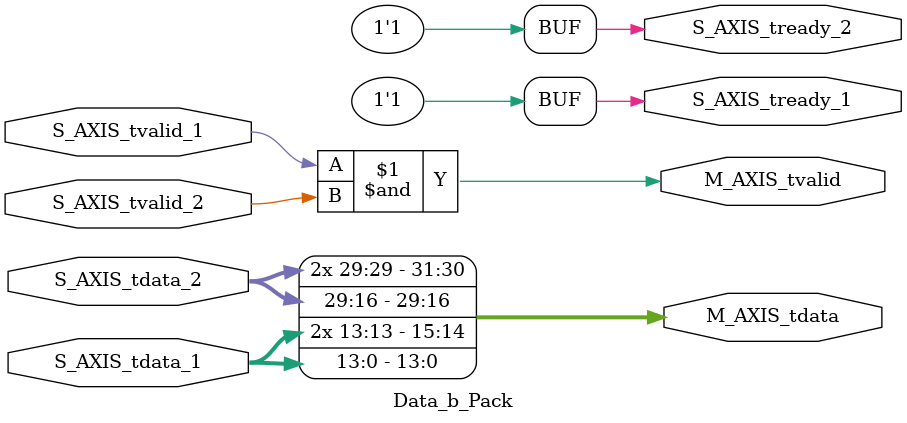
<source format=v>
`timescale 1ns / 1ps


module Data_b_Pack#(
parameter integer DAC_DATA_WIDTH = 14,
 parameter integer AXIS_TDATA_WIDTH = 32
  )(
(* X_INTERFACE_PARAMETER = "FREQ_HZ 125000000" *)
 output         S_AXIS_tready_1,
    input  [AXIS_TDATA_WIDTH-1:0] S_AXIS_tdata_1,
    input          S_AXIS_tvalid_1,
    (* X_INTERFACE_PARAMETER = "FREQ_HZ 125000000" *)
     output         S_AXIS_tready_2,
    input  [AXIS_TDATA_WIDTH-1:0] S_AXIS_tdata_2,
    input          S_AXIS_tvalid_2,
    (* X_INTERFACE_PARAMETER = "FREQ_HZ 125000000" *)
     output         M_AXIS_tvalid,
    output  [AXIS_TDATA_WIDTH-1:0] M_AXIS_tdata

    );
    
assign M_AXIS_tdata = {{2{S_AXIS_tdata_2[29]}},S_AXIS_tdata_2[29:16],{2{S_AXIS_tdata_1[13]}},S_AXIS_tdata_1[13:0]};
assign M_AXIS_tvalid = S_AXIS_tvalid_1 & S_AXIS_tvalid_2;
assign S_AXIS_tready_1  =  1;
assign S_AXIS_tready_2  =  1;

endmodule

</source>
